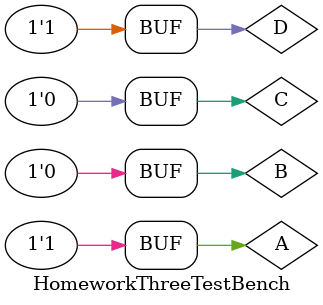
<source format=v>
`timescale 1ns / 1ps


module HomeworkThreeTestBench(

    );
    HomeworkThreeDesignSource dut(.D(D),.C(C),.B(B),.A(A),.K(K),.L(L),.M(M),.N(N));
    reg D;
    reg C;
    reg B;
    reg A;
    wire K;
    wire L;
    wire M;
    wire N;
    initial begin
    D=0;
    C=0;
    B=0;
    A=0;
    #10;
    D=0;
    C=0;
    B=0;
    A=1;
    #10;
    D=0;
    C=0;
    B=1;
    A=0;
    #10;
    D=0;
    C=0;
    B=1;
    A=1;
    #10;
    D=0;
    C=1;
    B=0;
    A=0;
    #10;
    D=0;
    C=1;
    B=0;
    A=1;
    #10;
    D=0;
    C=1;
    B=1;
    A=0;
    #10;
    D=0;
    C=1;
    B=1;
    A=1;
    #10;
    D=1;
    C=0;
    B=0;
    A=0;
    #10;
    D=1;
    C=0;
    B=0;
    A=1;
    end
endmodule

</source>
